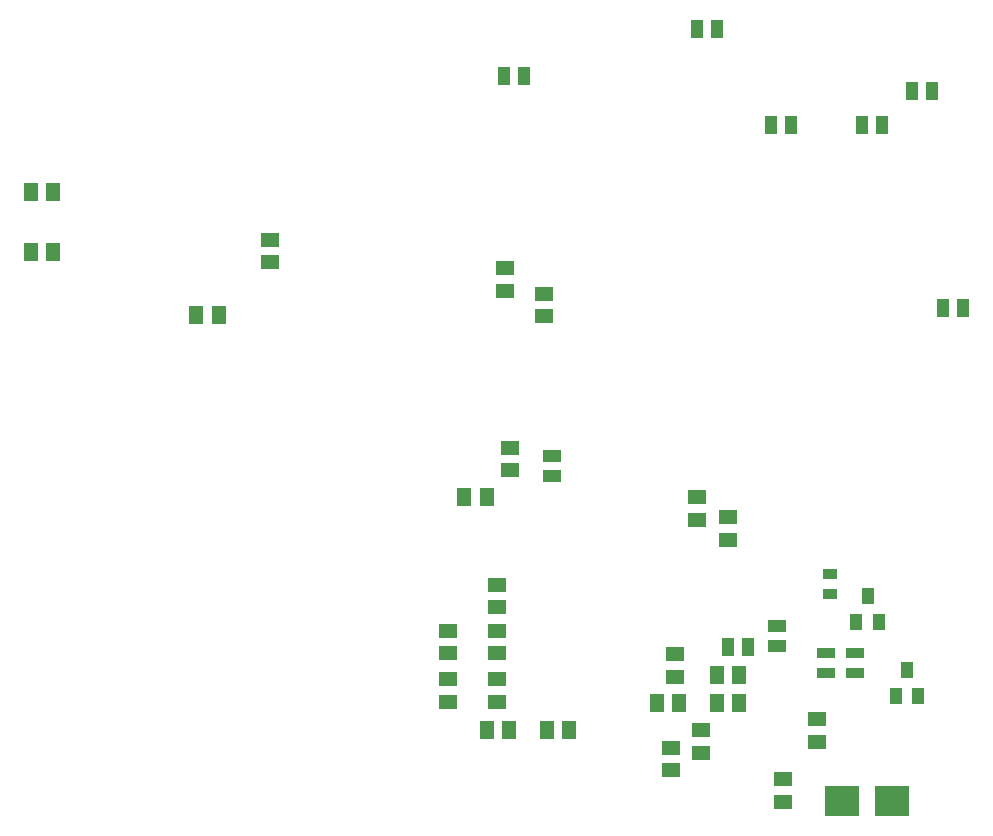
<source format=gbp>
G04*
G04 #@! TF.GenerationSoftware,Altium Limited,Altium Designer,23.5.1 (21)*
G04*
G04 Layer_Color=128*
%FSLAX44Y44*%
%MOMM*%
G71*
G04*
G04 #@! TF.SameCoordinates,D9901149-2AC3-4954-9F64-4BA616841755*
G04*
G04*
G04 #@! TF.FilePolarity,Positive*
G04*
G01*
G75*
%ADD14R,1.1000X1.5000*%
%ADD15R,1.5000X1.1000*%
%ADD16R,1.5000X1.2000*%
%ADD17R,1.2000X1.5000*%
%ADD21R,3.0000X2.5000*%
%ADD100R,1.5000X0.9000*%
%ADD101R,1.2000X0.9000*%
%ADD102R,1.0000X1.4000*%
D14*
X555500Y934000D02*
D03*
X572500D02*
D03*
X943500Y738000D02*
D03*
X926500D02*
D03*
X718500Y974000D02*
D03*
X735500D02*
D03*
X761500Y451000D02*
D03*
X744500D02*
D03*
X798500Y893000D02*
D03*
X781500D02*
D03*
X858500D02*
D03*
X875500D02*
D03*
X917500Y921000D02*
D03*
X900500D02*
D03*
D15*
X596000Y612500D02*
D03*
Y595500D02*
D03*
X786000Y451500D02*
D03*
Y468500D02*
D03*
D16*
X560000Y619500D02*
D03*
Y600500D02*
D03*
X745000Y541500D02*
D03*
Y560500D02*
D03*
X697000Y346500D02*
D03*
Y365500D02*
D03*
X722000Y380250D02*
D03*
Y361250D02*
D03*
X700000Y425500D02*
D03*
Y444500D02*
D03*
X507532Y464250D02*
D03*
Y445250D02*
D03*
X549000Y445250D02*
D03*
Y464250D02*
D03*
X507532Y404500D02*
D03*
Y423500D02*
D03*
X549000Y423500D02*
D03*
Y404500D02*
D03*
X791000Y319500D02*
D03*
Y338500D02*
D03*
X549000Y503500D02*
D03*
Y484500D02*
D03*
X719000Y558500D02*
D03*
Y577500D02*
D03*
X820000Y389500D02*
D03*
Y370500D02*
D03*
X556000Y771500D02*
D03*
Y752500D02*
D03*
X357000Y776500D02*
D03*
Y795500D02*
D03*
X589000Y730500D02*
D03*
Y749500D02*
D03*
D17*
X173500Y836000D02*
D03*
X154500D02*
D03*
X754500Y403000D02*
D03*
X735500D02*
D03*
X703500D02*
D03*
X684500D02*
D03*
X754500Y427000D02*
D03*
X735500D02*
D03*
X154500Y785000D02*
D03*
X173500D02*
D03*
X540500Y380000D02*
D03*
X559500D02*
D03*
X591500D02*
D03*
X610500D02*
D03*
X521500Y578000D02*
D03*
X540500D02*
D03*
X294500Y732000D02*
D03*
X313500D02*
D03*
D21*
X841000Y320000D02*
D03*
X884000D02*
D03*
D100*
X828000Y445500D02*
D03*
Y428500D02*
D03*
X852000D02*
D03*
Y445500D02*
D03*
D101*
X831000Y512500D02*
D03*
Y495500D02*
D03*
D102*
X863000Y494000D02*
D03*
X853500Y472000D02*
D03*
X872500D02*
D03*
X906000Y409000D02*
D03*
X887000D02*
D03*
X896500Y431000D02*
D03*
M02*

</source>
